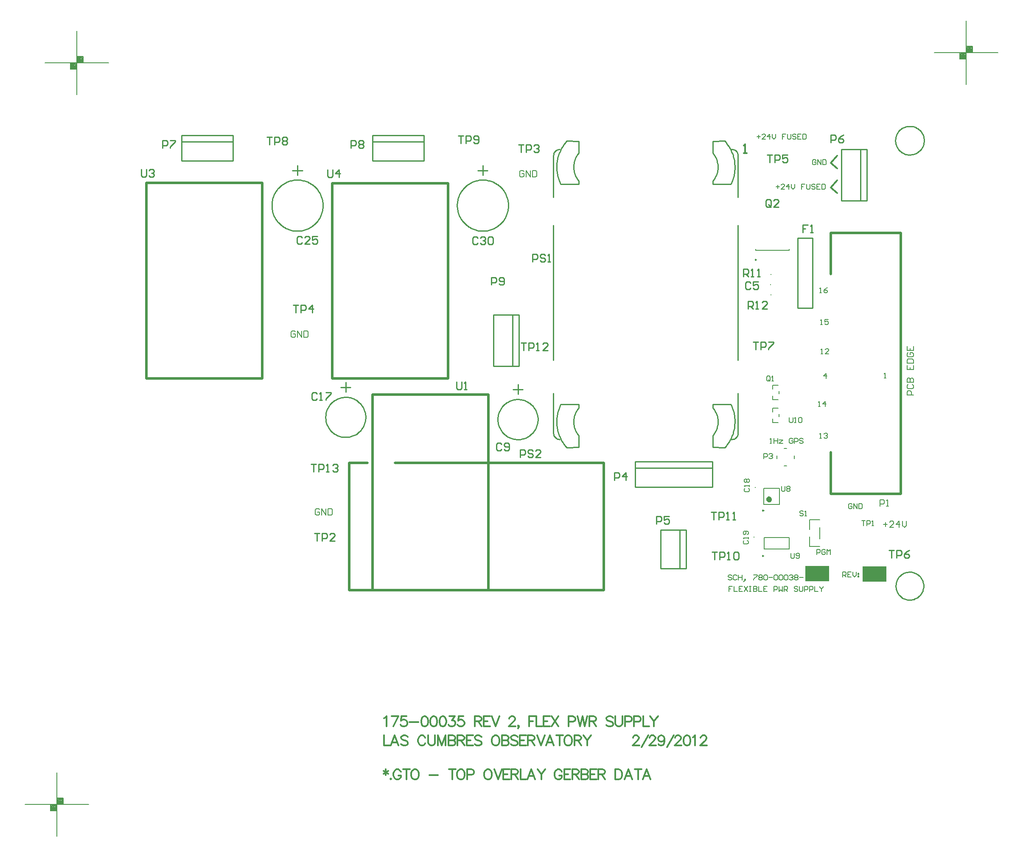
<source format=gto>
%FSLAX23Y23*%
%MOIN*%
G70*
G01*
G75*
G04 Layer_Color=65535*
%ADD10R,0.036X0.036*%
%ADD11R,0.050X0.050*%
%ADD12R,0.059X0.039*%
%ADD13O,0.014X0.067*%
%ADD14O,0.024X0.079*%
%ADD15R,0.050X0.050*%
%ADD16R,0.268X0.272*%
%ADD17R,0.037X0.075*%
%ADD18C,0.010*%
%ADD19C,0.020*%
%ADD20C,0.012*%
%ADD21R,5.000X0.079*%
%ADD22R,0.221X0.206*%
%ADD23R,6.378X0.079*%
%ADD24R,0.221X0.197*%
%ADD25R,0.262X0.135*%
%ADD26C,0.008*%
%ADD27C,0.012*%
%ADD28C,0.012*%
%ADD29R,0.059X0.059*%
%ADD30C,0.059*%
%ADD31C,0.157*%
%ADD32C,0.080*%
%ADD33C,0.079*%
%ADD34R,0.079X0.079*%
%ADD35R,0.120X0.120*%
%ADD36C,0.120*%
%ADD37C,0.055*%
%ADD38C,0.065*%
%ADD39C,0.115*%
%ADD40R,0.115X0.115*%
%ADD41C,0.037*%
%ADD42C,0.233*%
%ADD43C,0.220*%
%ADD44C,0.064*%
%ADD45C,0.020*%
%ADD46R,0.059X0.059*%
%ADD47C,0.030*%
%ADD48C,0.050*%
%ADD49C,0.024*%
%ADD50C,0.040*%
%ADD51C,0.075*%
%ADD52C,0.206*%
%ADD53C,0.092*%
G04:AMPARAMS|DCode=54|XSize=112mil|YSize=112mil|CornerRadius=0mil|HoleSize=0mil|Usage=FLASHONLY|Rotation=0.000|XOffset=0mil|YOffset=0mil|HoleType=Round|Shape=Relief|Width=10mil|Gap=10mil|Entries=4|*
%AMTHD54*
7,0,0,0.112,0.092,0.010,45*
%
%ADD54THD54*%
%ADD55C,0.087*%
%ADD56C,0.118*%
%ADD57C,0.073*%
%ADD58C,0.190*%
G04:AMPARAMS|DCode=59|XSize=107.244mil|YSize=107.244mil|CornerRadius=0mil|HoleSize=0mil|Usage=FLASHONLY|Rotation=0.000|XOffset=0mil|YOffset=0mil|HoleType=Round|Shape=Relief|Width=10mil|Gap=10mil|Entries=4|*
%AMTHD59*
7,0,0,0.107,0.087,0.010,45*
%
%ADD59THD59*%
G04:AMPARAMS|DCode=60|XSize=138mil|YSize=138mil|CornerRadius=0mil|HoleSize=0mil|Usage=FLASHONLY|Rotation=0.000|XOffset=0mil|YOffset=0mil|HoleType=Round|Shape=Relief|Width=10mil|Gap=10mil|Entries=4|*
%AMTHD60*
7,0,0,0.138,0.118,0.010,45*
%
%ADD60THD60*%
%ADD61C,0.067*%
%ADD62C,0.056*%
%ADD63C,0.104*%
G04:AMPARAMS|DCode=64|XSize=70mil|YSize=70mil|CornerRadius=0mil|HoleSize=0mil|Usage=FLASHONLY|Rotation=0.000|XOffset=0mil|YOffset=0mil|HoleType=Round|Shape=Relief|Width=10mil|Gap=10mil|Entries=4|*
%AMTHD64*
7,0,0,0.070,0.050,0.010,45*
%
%ADD64THD64*%
G04:AMPARAMS|DCode=65|XSize=95.433mil|YSize=95.433mil|CornerRadius=0mil|HoleSize=0mil|Usage=FLASHONLY|Rotation=0.000|XOffset=0mil|YOffset=0mil|HoleType=Round|Shape=Relief|Width=10mil|Gap=10mil|Entries=4|*
%AMTHD65*
7,0,0,0.095,0.075,0.010,45*
%
%ADD65THD65*%
%ADD66C,0.055*%
%ADD67C,0.068*%
G04:AMPARAMS|DCode=68|XSize=88mil|YSize=88mil|CornerRadius=0mil|HoleSize=0mil|Usage=FLASHONLY|Rotation=0.000|XOffset=0mil|YOffset=0mil|HoleType=Round|Shape=Relief|Width=10mil|Gap=10mil|Entries=4|*
%AMTHD68*
7,0,0,0.088,0.068,0.010,45*
%
%ADD68THD68*%
G04:AMPARAMS|DCode=69|XSize=226.142mil|YSize=226.142mil|CornerRadius=0mil|HoleSize=0mil|Usage=FLASHONLY|Rotation=0.000|XOffset=0mil|YOffset=0mil|HoleType=Round|Shape=Relief|Width=10mil|Gap=10mil|Entries=4|*
%AMTHD69*
7,0,0,0.226,0.206,0.010,45*
%
%ADD69THD69*%
G04:AMPARAMS|DCode=70|XSize=93.465mil|YSize=93.465mil|CornerRadius=0mil|HoleSize=0mil|Usage=FLASHONLY|Rotation=0.000|XOffset=0mil|YOffset=0mil|HoleType=Round|Shape=Relief|Width=10mil|Gap=10mil|Entries=4|*
%AMTHD70*
7,0,0,0.093,0.073,0.010,45*
%
%ADD70THD70*%
G04:AMPARAMS|DCode=71|XSize=100mil|YSize=100mil|CornerRadius=0mil|HoleSize=0mil|Usage=FLASHONLY|Rotation=0.000|XOffset=0mil|YOffset=0mil|HoleType=Round|Shape=Relief|Width=10mil|Gap=10mil|Entries=4|*
%AMTHD71*
7,0,0,0.100,0.080,0.010,45*
%
%ADD71THD71*%
G04:AMPARAMS|DCode=72|XSize=75mil|YSize=75mil|CornerRadius=0mil|HoleSize=0mil|Usage=FLASHONLY|Rotation=0.000|XOffset=0mil|YOffset=0mil|HoleType=Round|Shape=Relief|Width=10mil|Gap=10mil|Entries=4|*
%AMTHD72*
7,0,0,0.075,0.055,0.010,45*
%
%ADD72THD72*%
%ADD73R,0.094X0.102*%
%ADD74R,0.055X0.130*%
%ADD75R,0.059X0.087*%
%ADD76R,0.094X0.130*%
%ADD77C,0.050*%
%ADD78C,0.025*%
%ADD79C,0.007*%
%ADD80R,4.998X0.079*%
%ADD81C,0.025*%
%ADD82C,0.010*%
%ADD83C,0.024*%
%ADD84C,0.010*%
%ADD85C,0.006*%
%ADD86C,0.007*%
%ADD87C,0.008*%
%ADD88R,0.190X0.123*%
D18*
X53313Y32085D02*
X53312Y32095D01*
X53311Y32105D01*
X53308Y32115D01*
X53305Y32124D01*
X53301Y32133D01*
X53297Y32142D01*
X53291Y32150D01*
X53285Y32158D01*
X53278Y32165D01*
X53270Y32171D01*
X53262Y32177D01*
X53253Y32182D01*
X53244Y32186D01*
X53235Y32190D01*
X53225Y32192D01*
X53216Y32194D01*
X53206Y32194D01*
X53196Y32194D01*
X53186Y32193D01*
X53176Y32191D01*
X53166Y32188D01*
X53157Y32184D01*
X53148Y32180D01*
X53140Y32174D01*
X53132Y32168D01*
X53125Y32162D01*
X53118Y32154D01*
X53112Y32146D01*
X53107Y32138D01*
X53103Y32129D01*
X53099Y32119D01*
X53096Y32110D01*
X53095Y32100D01*
X53094Y32090D01*
Y32080D01*
X53095Y32070D01*
X53096Y32060D01*
X53099Y32051D01*
X53103Y32041D01*
X53107Y32032D01*
X53112Y32024D01*
X53118Y32016D01*
X53125Y32008D01*
X53132Y32002D01*
X53140Y31996D01*
X53148Y31990D01*
X53157Y31986D01*
X53166Y31982D01*
X53176Y31979D01*
X53186Y31977D01*
X53196Y31976D01*
X53206Y31976D01*
X53216Y31976D01*
X53225Y31978D01*
X53235Y31980D01*
X53244Y31984D01*
X53253Y31988D01*
X53262Y31993D01*
X53270Y31999D01*
X53278Y32005D01*
X53285Y32012D01*
X53291Y32020D01*
X53297Y32028D01*
X53301Y32037D01*
X53305Y32046D01*
X53308Y32055D01*
X53311Y32065D01*
X53312Y32075D01*
X53313Y32085D01*
X53316Y35585D02*
X53315Y35595D01*
X53314Y35605D01*
X53312Y35615D01*
X53309Y35624D01*
X53305Y35633D01*
X53300Y35642D01*
X53295Y35650D01*
X53289Y35658D01*
X53282Y35665D01*
X53274Y35672D01*
X53266Y35678D01*
X53258Y35683D01*
X53249Y35688D01*
X53240Y35691D01*
X53230Y35694D01*
X53220Y35696D01*
X53211Y35697D01*
X53201Y35697D01*
X53191Y35697D01*
X53181Y35695D01*
X53171Y35693D01*
X53162Y35690D01*
X53153Y35686D01*
X53144Y35681D01*
X53136Y35675D01*
X53128Y35669D01*
X53121Y35662D01*
X53114Y35654D01*
X53109Y35646D01*
X53104Y35638D01*
X53099Y35629D01*
X53096Y35619D01*
X53093Y35610D01*
X53092Y35600D01*
X53091Y35590D01*
Y35580D01*
X53092Y35570D01*
X53093Y35560D01*
X53096Y35551D01*
X53099Y35541D01*
X53104Y35532D01*
X53109Y35524D01*
X53114Y35516D01*
X53121Y35508D01*
X53128Y35501D01*
X53136Y35495D01*
X53144Y35489D01*
X53153Y35484D01*
X53162Y35480D01*
X53171Y35477D01*
X53181Y35475D01*
X53191Y35473D01*
X53201Y35473D01*
X53211Y35473D01*
X53220Y35474D01*
X53230Y35476D01*
X53240Y35479D01*
X53249Y35482D01*
X53258Y35487D01*
X53266Y35492D01*
X53274Y35498D01*
X53282Y35505D01*
X53289Y35512D01*
X53295Y35520D01*
X53300Y35528D01*
X53305Y35537D01*
X53309Y35546D01*
X53312Y35555D01*
X53314Y35565D01*
X53315Y35575D01*
X53316Y35585D01*
X48593Y35075D02*
X48593Y35085D01*
X48592Y35095D01*
X48591Y35105D01*
X48589Y35114D01*
X48587Y35124D01*
X48584Y35134D01*
X48581Y35143D01*
X48577Y35153D01*
X48573Y35162D01*
X48569Y35171D01*
X48564Y35179D01*
X48558Y35188D01*
X48552Y35196D01*
X48546Y35204D01*
X48539Y35211D01*
X48532Y35218D01*
X48525Y35225D01*
X48517Y35232D01*
X48509Y35238D01*
X48501Y35243D01*
X48493Y35249D01*
X48484Y35253D01*
X48475Y35258D01*
X48466Y35262D01*
X48456Y35265D01*
X48447Y35268D01*
X48437Y35270D01*
X48427Y35272D01*
X48417Y35274D01*
X48407Y35275D01*
X48397Y35275D01*
X48387D01*
X48377Y35275D01*
X48367Y35274D01*
X48357Y35272D01*
X48348Y35270D01*
X48338Y35268D01*
X48328Y35265D01*
X48319Y35262D01*
X48310Y35258D01*
X48301Y35253D01*
X48292Y35249D01*
X48283Y35243D01*
X48275Y35238D01*
X48267Y35232D01*
X48259Y35225D01*
X48252Y35218D01*
X48245Y35211D01*
X48238Y35204D01*
X48232Y35196D01*
X48226Y35188D01*
X48221Y35179D01*
X48216Y35171D01*
X48211Y35162D01*
X48207Y35153D01*
X48204Y35143D01*
X48200Y35134D01*
X48198Y35124D01*
X48195Y35114D01*
X48194Y35105D01*
X48193Y35095D01*
X48192Y35085D01*
X48192Y35075D01*
X48192Y35065D01*
X48193Y35055D01*
X48194Y35045D01*
X48195Y35035D01*
X48198Y35025D01*
X48200Y35015D01*
X48204Y35006D01*
X48207Y34997D01*
X48211Y34988D01*
X48216Y34979D01*
X48221Y34970D01*
X48226Y34962D01*
X48232Y34953D01*
X48238Y34946D01*
X48245Y34938D01*
X48252Y34931D01*
X48259Y34924D01*
X48267Y34918D01*
X48275Y34912D01*
X48283Y34906D01*
X48292Y34901D01*
X48301Y34896D01*
X48310Y34892D01*
X48319Y34888D01*
X48328Y34884D01*
X48338Y34881D01*
X48348Y34879D01*
X48357Y34877D01*
X48367Y34875D01*
X48377Y34874D01*
X48387Y34874D01*
X48397D01*
X48407Y34874D01*
X48417Y34875D01*
X48427Y34877D01*
X48437Y34879D01*
X48447Y34881D01*
X48456Y34884D01*
X48466Y34888D01*
X48475Y34892D01*
X48484Y34896D01*
X48493Y34901D01*
X48501Y34906D01*
X48509Y34912D01*
X48517Y34918D01*
X48525Y34924D01*
X48532Y34931D01*
X48539Y34938D01*
X48546Y34946D01*
X48552Y34953D01*
X48558Y34962D01*
X48564Y34970D01*
X48569Y34979D01*
X48573Y34988D01*
X48577Y34997D01*
X48581Y35006D01*
X48584Y35015D01*
X48587Y35025D01*
X48589Y35035D01*
X48591Y35045D01*
X48592Y35055D01*
X48593Y35065D01*
X48593Y35075D01*
X48929Y33411D02*
X48929Y33421D01*
X48928Y33431D01*
X48926Y33441D01*
X48924Y33451D01*
X48921Y33460D01*
X48918Y33470D01*
X48914Y33479D01*
X48909Y33488D01*
X48904Y33496D01*
X48898Y33504D01*
X48892Y33512D01*
X48886Y33520D01*
X48878Y33527D01*
X48871Y33533D01*
X48863Y33539D01*
X48855Y33545D01*
X48846Y33550D01*
X48837Y33554D01*
X48828Y33558D01*
X48818Y33561D01*
X48809Y33564D01*
X48799Y33566D01*
X48789Y33568D01*
X48779Y33568D01*
X48769Y33568D01*
X48759Y33568D01*
X48749Y33567D01*
X48739Y33565D01*
X48730Y33563D01*
X48720Y33560D01*
X48711Y33556D01*
X48702Y33552D01*
X48693Y33547D01*
X48684Y33542D01*
X48676Y33536D01*
X48668Y33530D01*
X48661Y33523D01*
X48654Y33516D01*
X48648Y33508D01*
X48642Y33500D01*
X48636Y33492D01*
X48632Y33483D01*
X48627Y33474D01*
X48624Y33465D01*
X48620Y33455D01*
X48618Y33446D01*
X48616Y33436D01*
X48615Y33426D01*
X48614Y33416D01*
Y33406D01*
X48615Y33396D01*
X48616Y33386D01*
X48618Y33376D01*
X48620Y33367D01*
X48624Y33357D01*
X48627Y33348D01*
X48632Y33339D01*
X48636Y33330D01*
X48642Y33322D01*
X48648Y33314D01*
X48654Y33306D01*
X48661Y33299D01*
X48668Y33292D01*
X48676Y33286D01*
X48684Y33280D01*
X48693Y33275D01*
X48702Y33270D01*
X48711Y33266D01*
X48720Y33262D01*
X48730Y33259D01*
X48739Y33257D01*
X48749Y33255D01*
X48759Y33254D01*
X48769Y33254D01*
X48779Y33254D01*
X48789Y33254D01*
X48799Y33256D01*
X48809Y33258D01*
X48818Y33261D01*
X48828Y33264D01*
X48837Y33268D01*
X48846Y33272D01*
X48855Y33277D01*
X48863Y33283D01*
X48871Y33289D01*
X48878Y33295D01*
X48886Y33302D01*
X48892Y33310D01*
X48898Y33318D01*
X48904Y33326D01*
X48909Y33334D01*
X48914Y33343D01*
X48918Y33352D01*
X48921Y33362D01*
X48924Y33371D01*
X48926Y33381D01*
X48928Y33391D01*
X48929Y33401D01*
X48929Y33411D01*
X50050Y35075D02*
X50049Y35085D01*
X50049Y35095D01*
X50047Y35105D01*
X50046Y35114D01*
X50043Y35124D01*
X50041Y35134D01*
X50038Y35143D01*
X50034Y35153D01*
X50030Y35162D01*
X50025Y35171D01*
X50020Y35179D01*
X50015Y35188D01*
X50009Y35196D01*
X50003Y35204D01*
X49996Y35211D01*
X49989Y35218D01*
X49982Y35225D01*
X49974Y35232D01*
X49966Y35238D01*
X49958Y35243D01*
X49949Y35249D01*
X49941Y35253D01*
X49932Y35258D01*
X49922Y35262D01*
X49913Y35265D01*
X49903Y35268D01*
X49894Y35270D01*
X49884Y35272D01*
X49874Y35274D01*
X49864Y35275D01*
X49854Y35275D01*
X49844D01*
X49834Y35275D01*
X49824Y35274D01*
X49814Y35272D01*
X49804Y35270D01*
X49795Y35268D01*
X49785Y35265D01*
X49776Y35262D01*
X49766Y35258D01*
X49757Y35253D01*
X49749Y35249D01*
X49740Y35243D01*
X49732Y35238D01*
X49724Y35232D01*
X49716Y35225D01*
X49709Y35218D01*
X49702Y35211D01*
X49695Y35204D01*
X49689Y35196D01*
X49683Y35188D01*
X49678Y35179D01*
X49673Y35171D01*
X49668Y35162D01*
X49664Y35153D01*
X49660Y35143D01*
X49657Y35134D01*
X49654Y35124D01*
X49652Y35114D01*
X49650Y35105D01*
X49649Y35095D01*
X49648Y35085D01*
X49648Y35075D01*
X49648Y35065D01*
X49649Y35055D01*
X49650Y35045D01*
X49652Y35035D01*
X49654Y35025D01*
X49657Y35015D01*
X49660Y35006D01*
X49664Y34997D01*
X49668Y34988D01*
X49673Y34979D01*
X49678Y34970D01*
X49683Y34962D01*
X49689Y34953D01*
X49695Y34946D01*
X49702Y34938D01*
X49709Y34931D01*
X49716Y34924D01*
X49724Y34918D01*
X49732Y34912D01*
X49740Y34906D01*
X49749Y34901D01*
X49757Y34896D01*
X49766Y34892D01*
X49776Y34888D01*
X49785Y34884D01*
X49795Y34881D01*
X49804Y34879D01*
X49814Y34877D01*
X49824Y34875D01*
X49834Y34874D01*
X49844Y34874D01*
X49854D01*
X49864Y34874D01*
X49874Y34875D01*
X49884Y34877D01*
X49894Y34879D01*
X49903Y34881D01*
X49913Y34884D01*
X49922Y34888D01*
X49932Y34892D01*
X49941Y34896D01*
X49949Y34901D01*
X49958Y34906D01*
X49966Y34912D01*
X49974Y34918D01*
X49982Y34924D01*
X49989Y34931D01*
X49996Y34938D01*
X50003Y34946D01*
X50009Y34953D01*
X50015Y34962D01*
X50020Y34970D01*
X50025Y34979D01*
X50030Y34988D01*
X50034Y34997D01*
X50038Y35006D01*
X50041Y35015D01*
X50043Y35025D01*
X50046Y35035D01*
X50047Y35045D01*
X50049Y35055D01*
X50049Y35065D01*
X50050Y35075D01*
X50282Y33394D02*
X50282Y33404D01*
X50281Y33414D01*
X50279Y33423D01*
X50277Y33433D01*
X50274Y33443D01*
X50271Y33452D01*
X50267Y33461D01*
X50262Y33470D01*
X50257Y33479D01*
X50251Y33487D01*
X50245Y33495D01*
X50239Y33502D01*
X50231Y33509D01*
X50224Y33516D01*
X50216Y33522D01*
X50208Y33527D01*
X50199Y33532D01*
X50190Y33537D01*
X50181Y33541D01*
X50171Y33544D01*
X50162Y33547D01*
X50152Y33549D01*
X50142Y33550D01*
X50132Y33551D01*
X50122Y33551D01*
X50112Y33551D01*
X50102Y33550D01*
X50092Y33548D01*
X50083Y33545D01*
X50073Y33542D01*
X50064Y33539D01*
X50055Y33535D01*
X50046Y33530D01*
X50037Y33525D01*
X50029Y33519D01*
X50021Y33513D01*
X50014Y33506D01*
X50007Y33499D01*
X50001Y33491D01*
X49995Y33483D01*
X49989Y33475D01*
X49985Y33466D01*
X49980Y33457D01*
X49977Y33448D01*
X49973Y33438D01*
X49971Y33428D01*
X49969Y33419D01*
X49968Y33409D01*
X49967Y33399D01*
Y33389D01*
X49968Y33379D01*
X49969Y33369D01*
X49971Y33359D01*
X49973Y33349D01*
X49977Y33340D01*
X49980Y33331D01*
X49985Y33322D01*
X49989Y33313D01*
X49995Y33304D01*
X50001Y33296D01*
X50007Y33289D01*
X50014Y33281D01*
X50021Y33275D01*
X50029Y33268D01*
X50037Y33263D01*
X50046Y33257D01*
X50055Y33253D01*
X50064Y33248D01*
X50073Y33245D01*
X50083Y33242D01*
X50092Y33240D01*
X50102Y33238D01*
X50112Y33237D01*
X50122Y33236D01*
X50132Y33236D01*
X50142Y33237D01*
X50152Y33239D01*
X50162Y33241D01*
X50171Y33243D01*
X50181Y33247D01*
X50190Y33250D01*
X50199Y33255D01*
X50208Y33260D01*
X50216Y33265D01*
X50224Y33271D01*
X50231Y33278D01*
X50239Y33285D01*
X50245Y33292D01*
X50251Y33300D01*
X50257Y33309D01*
X50262Y33317D01*
X50267Y33326D01*
X50271Y33335D01*
X50274Y33345D01*
X50277Y33354D01*
X50279Y33364D01*
X50281Y33374D01*
X50282Y33384D01*
X50282Y33394D01*
X50404Y33287D02*
X50405Y33277D01*
X50408Y33267D01*
X50413Y33259D01*
X50419Y33251D01*
X50427Y33245D01*
X50435Y33240D01*
X50445Y33238D01*
X50454Y33237D01*
X51657Y35269D02*
X51663Y35276D01*
X51669Y35284D01*
X51674Y35293D01*
X51678Y35302D01*
X51683Y35310D01*
X51686Y35320D01*
X51689Y35329D01*
X51692Y35339D01*
X51694Y35348D01*
X51695Y35358D01*
X51696Y35368D01*
X51696Y35378D01*
X51696Y35388D01*
X51695Y35397D01*
X51693Y35407D01*
X51691Y35417D01*
X51689Y35426D01*
X51686Y35436D01*
X51682Y35445D01*
X51677Y35454D01*
X51673Y35462D01*
X51667Y35471D01*
X51662Y35478D01*
X51655Y35486D01*
X51798Y35242D02*
X51802Y35252D01*
X51806Y35261D01*
X51810Y35270D01*
X51813Y35280D01*
X51816Y35289D01*
X51819Y35299D01*
X51822Y35309D01*
X51824Y35319D01*
X51825Y35329D01*
X51827Y35339D01*
X51828Y35349D01*
X51829Y35359D01*
X51829Y35369D01*
X51829Y35379D01*
X51829Y35389D01*
X51828Y35399D01*
X51828Y35409D01*
X51826Y35419D01*
X51825Y35429D01*
X51823Y35439D01*
X51820Y35449D01*
X51818Y35459D01*
X51815Y35469D01*
X51812Y35478D01*
X51808Y35488D01*
X51804Y35497D01*
X51800Y35506D01*
X51795Y35515D01*
X51791Y35524D01*
X51785Y35533D01*
X51780Y35541D01*
X51774Y35550D01*
X51768Y35558D01*
X51762Y35566D01*
X51756Y35574D01*
X51749Y35581D01*
X50510Y35581D02*
X50503Y35574D01*
X50497Y35566D01*
X50490Y35558D01*
X50484Y35550D01*
X50479Y35541D01*
X50473Y35533D01*
X50468Y35524D01*
X50463Y35515D01*
X50459Y35506D01*
X50455Y35497D01*
X50451Y35488D01*
X50447Y35478D01*
X50444Y35469D01*
X50441Y35459D01*
X50438Y35449D01*
X50436Y35439D01*
X50434Y35429D01*
X50432Y35419D01*
X50431Y35409D01*
X50430Y35399D01*
X50430Y35389D01*
X50429Y35379D01*
X50429Y35369D01*
X50430Y35359D01*
X50431Y35349D01*
X50432Y35339D01*
X50433Y35329D01*
X50435Y35319D01*
X50437Y35309D01*
X50439Y35299D01*
X50442Y35289D01*
X50445Y35280D01*
X50449Y35270D01*
X50453Y35261D01*
X50457Y35252D01*
X50461Y35242D01*
X50603Y35486D02*
X50597Y35478D01*
X50591Y35471D01*
X50586Y35462D01*
X50581Y35454D01*
X50577Y35445D01*
X50573Y35436D01*
X50570Y35426D01*
X50567Y35417D01*
X50565Y35407D01*
X50564Y35397D01*
X50563Y35388D01*
X50562Y35378D01*
X50563Y35368D01*
X50563Y35358D01*
X50565Y35348D01*
X50567Y35339D01*
X50569Y35329D01*
X50572Y35320D01*
X50576Y35310D01*
X50580Y35302D01*
X50585Y35293D01*
X50590Y35284D01*
X50596Y35276D01*
X50602Y35269D01*
X51655Y33267D02*
X51662Y33275D01*
X51667Y33283D01*
X51673Y33291D01*
X51677Y33300D01*
X51682Y33308D01*
X51686Y33318D01*
X51689Y33327D01*
X51691Y33336D01*
X51693Y33346D01*
X51695Y33356D01*
X51696Y33366D01*
X51696Y33375D01*
X51696Y33385D01*
X51695Y33395D01*
X51694Y33405D01*
X51692Y33415D01*
X51689Y33424D01*
X51686Y33433D01*
X51683Y33443D01*
X51678Y33452D01*
X51674Y33460D01*
X51669Y33469D01*
X51663Y33477D01*
X51657Y33484D01*
X51749Y33172D02*
X51756Y33180D01*
X51762Y33187D01*
X51768Y33195D01*
X51774Y33203D01*
X51780Y33212D01*
X51785Y33220D01*
X51791Y33229D01*
X51795Y33238D01*
X51800Y33247D01*
X51804Y33256D01*
X51808Y33265D01*
X51812Y33275D01*
X51815Y33285D01*
X51818Y33294D01*
X51820Y33304D01*
X51823Y33314D01*
X51825Y33324D01*
X51826Y33334D01*
X51828Y33344D01*
X51828Y33354D01*
X51829Y33364D01*
X51829Y33374D01*
X51829Y33384D01*
X51829Y33394D01*
X51828Y33404D01*
X51827Y33414D01*
X51825Y33424D01*
X51824Y33434D01*
X51822Y33444D01*
X51819Y33454D01*
X51816Y33464D01*
X51813Y33473D01*
X51810Y33483D01*
X51806Y33492D01*
X51802Y33502D01*
X51798Y33511D01*
X50461Y33511D02*
X50457Y33502D01*
X50453Y33492D01*
X50449Y33483D01*
X50445Y33473D01*
X50442Y33464D01*
X50439Y33454D01*
X50437Y33444D01*
X50435Y33434D01*
X50433Y33424D01*
X50432Y33414D01*
X50431Y33404D01*
X50430Y33394D01*
X50429Y33384D01*
X50429Y33374D01*
X50430Y33364D01*
X50430Y33354D01*
X50431Y33344D01*
X50432Y33334D01*
X50434Y33324D01*
X50436Y33314D01*
X50438Y33304D01*
X50441Y33294D01*
X50444Y33285D01*
X50447Y33275D01*
X50451Y33266D01*
X50455Y33256D01*
X50459Y33247D01*
X50463Y33238D01*
X50468Y33229D01*
X50473Y33220D01*
X50479Y33212D01*
X50484Y33203D01*
X50490Y33195D01*
X50497Y33187D01*
X50503Y33180D01*
X50510Y33172D01*
X50602Y33484D02*
X50596Y33477D01*
X50590Y33469D01*
X50585Y33460D01*
X50580Y33452D01*
X50576Y33443D01*
X50572Y33433D01*
X50569Y33424D01*
X50567Y33415D01*
X50565Y33405D01*
X50563Y33395D01*
X50563Y33385D01*
X50562Y33375D01*
X50563Y33366D01*
X50564Y33356D01*
X50565Y33346D01*
X50567Y33336D01*
X50570Y33327D01*
X50573Y33318D01*
X50577Y33308D01*
X50581Y33300D01*
X50586Y33291D01*
X50591Y33283D01*
X50597Y33275D01*
X50603Y33267D01*
X51804Y33237D02*
X51814Y33238D01*
X51823Y33240D01*
X51832Y33245D01*
X51840Y33251D01*
X51846Y33259D01*
X51850Y33267D01*
X51853Y33277D01*
X51854Y33287D01*
X50454Y35517D02*
X50445Y35516D01*
X50435Y35513D01*
X50427Y35508D01*
X50419Y35502D01*
X50413Y35494D01*
X50408Y35486D01*
X50405Y35476D01*
X50404Y35467D01*
X51854D02*
X51853Y35476D01*
X51850Y35486D01*
X51846Y35494D01*
X51840Y35502D01*
X51832Y35508D01*
X51823Y35513D01*
X51814Y35516D01*
X51804Y35517D01*
X51395Y32222D02*
Y32527D01*
X51245Y32222D02*
X51445D01*
X51245Y32527D02*
X51445D01*
X51245Y32222D02*
Y32527D01*
X51445Y32222D02*
Y32527D01*
X48353Y35350D02*
X48392D01*
Y35390D01*
Y35350D02*
X48432D01*
X48392Y35311D02*
Y35350D01*
X48772Y33608D02*
Y33687D01*
X48732Y33647D02*
X48811D01*
X49810Y35350D02*
X49849D01*
Y35390D01*
Y35350D02*
X49888D01*
X49849Y35311D02*
Y35350D01*
X50125Y33591D02*
Y33669D01*
X50085Y33630D02*
X50164D01*
X52322Y34268D02*
Y34543D01*
Y34268D02*
X52440D01*
Y34819D01*
X52322D02*
X52440D01*
X52322Y34543D02*
Y34819D01*
X50510Y33172D02*
X50603Y33174D01*
X50461Y33511D02*
X50602Y33512D01*
X51656D02*
X51798Y33511D01*
X51655Y33174D02*
X51749Y33172D01*
X50461Y35242D02*
X50602Y35242D01*
X50510Y35581D02*
X50603Y35580D01*
X51655D02*
X51749Y35581D01*
X51656Y35242D02*
X51798Y35242D01*
X51854Y33860D02*
Y34920D01*
X51655Y35486D02*
Y35580D01*
X51656Y35242D02*
X51657Y35269D01*
X50602D02*
X50602Y35242D01*
X50603Y35486D02*
Y35580D01*
X51655Y33174D02*
Y33267D01*
X51656Y33512D02*
X51657Y33484D01*
X50602D02*
X50602Y33512D01*
X50603Y33174D02*
Y33267D01*
X51854Y35140D02*
X51854Y35467D01*
X51854Y33600D02*
X51854Y33287D01*
X50404D02*
X50404Y33600D01*
X50404Y35467D02*
X50404Y35140D01*
Y33860D02*
Y34920D01*
X51047Y33011D02*
X51652D01*
Y32861D02*
Y33061D01*
X51047Y32861D02*
Y33061D01*
Y32861D02*
X51652D01*
X51047Y33061D02*
X51652D01*
X48982Y35576D02*
X49387D01*
Y35426D02*
Y35626D01*
X48982Y35426D02*
Y35626D01*
Y35426D02*
X49387D01*
X48982Y35626D02*
X49387D01*
X52817Y35111D02*
Y35516D01*
X52667Y35111D02*
X52867D01*
X52667Y35516D02*
X52867D01*
X52667Y35111D02*
Y35516D01*
X52867Y35111D02*
Y35516D01*
X47482Y35576D02*
X47887D01*
Y35426D02*
Y35626D01*
X47482Y35426D02*
Y35626D01*
Y35426D02*
X47887D01*
X47482Y35626D02*
X47887D01*
X50082Y33811D02*
Y34216D01*
X49932Y33811D02*
X50132D01*
X49932Y34216D02*
X50132D01*
X49932Y33811D02*
Y34216D01*
X50132Y33811D02*
Y34216D01*
X49644Y33689D02*
Y33639D01*
X49654Y33629D01*
X49674D01*
X49684Y33639D01*
Y33689D01*
X49704Y33629D02*
X49724D01*
X49714D01*
Y33689D01*
X49704Y33679D01*
X48545Y33597D02*
X48535Y33607D01*
X48515D01*
X48505Y33597D01*
Y33557D01*
X48515Y33547D01*
X48535D01*
X48545Y33557D01*
X48565Y33547D02*
X48585D01*
X48575D01*
Y33607D01*
X48565Y33597D01*
X48615Y33607D02*
X48655D01*
Y33597D01*
X48615Y33557D01*
Y33547D01*
X49996Y33200D02*
X49986Y33210D01*
X49966D01*
X49956Y33200D01*
Y33160D01*
X49966Y33150D01*
X49986D01*
X49996Y33160D01*
X50016D02*
X50026Y33150D01*
X50046D01*
X50056Y33160D01*
Y33200D01*
X50046Y33210D01*
X50026D01*
X50016Y33200D01*
Y33190D01*
X50026Y33180D01*
X50056D01*
X48528Y32498D02*
X48568D01*
X48548D01*
Y32438D01*
X48588D02*
Y32498D01*
X48618D01*
X48628Y32488D01*
Y32468D01*
X48618Y32458D01*
X48588D01*
X48688Y32438D02*
X48648D01*
X48688Y32478D01*
Y32488D01*
X48678Y32498D01*
X48658D01*
X48648Y32488D01*
X52402Y34921D02*
X52362D01*
Y34891D01*
X52382D01*
X52362D01*
Y34861D01*
X52422D02*
X52442D01*
X52432D01*
Y34921D01*
X52422Y34911D01*
X50882Y32917D02*
Y32977D01*
X50912D01*
X50922Y32967D01*
Y32947D01*
X50912Y32937D01*
X50882D01*
X50972Y32917D02*
Y32977D01*
X50942Y32947D01*
X50982D01*
X50240Y34631D02*
Y34691D01*
X50270D01*
X50280Y34681D01*
Y34661D01*
X50270Y34651D01*
X50240D01*
X50340Y34681D02*
X50330Y34691D01*
X50310D01*
X50300Y34681D01*
Y34671D01*
X50310Y34661D01*
X50330D01*
X50340Y34651D01*
Y34641D01*
X50330Y34631D01*
X50310D01*
X50300Y34641D01*
X50360Y34631D02*
X50380D01*
X50370D01*
Y34691D01*
X50360Y34681D01*
X51212Y32573D02*
Y32633D01*
X51242D01*
X51252Y32623D01*
Y32603D01*
X51242Y32593D01*
X51212D01*
X51312Y32633D02*
X51272D01*
Y32603D01*
X51292Y32613D01*
X51302D01*
X51312Y32603D01*
Y32583D01*
X51302Y32573D01*
X51282D01*
X51272Y32583D01*
X50144Y33096D02*
Y33156D01*
X50174D01*
X50184Y33146D01*
Y33126D01*
X50174Y33116D01*
X50144D01*
X50244Y33146D02*
X50234Y33156D01*
X50214D01*
X50204Y33146D01*
Y33136D01*
X50214Y33126D01*
X50234D01*
X50244Y33116D01*
Y33106D01*
X50234Y33096D01*
X50214D01*
X50204Y33106D01*
X50304Y33096D02*
X50264D01*
X50304Y33136D01*
Y33146D01*
X50294Y33156D01*
X50274D01*
X50264Y33146D01*
X48431Y34822D02*
X48421Y34832D01*
X48401D01*
X48391Y34822D01*
Y34782D01*
X48401Y34772D01*
X48421D01*
X48431Y34782D01*
X48491Y34772D02*
X48451D01*
X48491Y34812D01*
Y34822D01*
X48481Y34832D01*
X48461D01*
X48451Y34822D01*
X48551Y34832D02*
X48511D01*
Y34802D01*
X48531Y34812D01*
X48541D01*
X48551Y34802D01*
Y34782D01*
X48541Y34772D01*
X48521D01*
X48511Y34782D01*
X49810Y34818D02*
X49800Y34828D01*
X49780D01*
X49770Y34818D01*
Y34778D01*
X49780Y34768D01*
X49800D01*
X49810Y34778D01*
X49830Y34818D02*
X49840Y34828D01*
X49860D01*
X49870Y34818D01*
Y34808D01*
X49860Y34798D01*
X49850D01*
X49860D01*
X49870Y34788D01*
Y34778D01*
X49860Y34768D01*
X49840D01*
X49830Y34778D01*
X49890Y34818D02*
X49900Y34828D01*
X49920D01*
X49930Y34818D01*
Y34778D01*
X49920Y34768D01*
X49900D01*
X49890Y34778D01*
Y34818D01*
X52582Y35568D02*
Y35628D01*
X52612D01*
X52622Y35618D01*
Y35598D01*
X52612Y35588D01*
X52582D01*
X52682Y35628D02*
X52662Y35618D01*
X52642Y35598D01*
Y35578D01*
X52652Y35568D01*
X52672D01*
X52682Y35578D01*
Y35588D01*
X52672Y35598D01*
X52642D01*
X47332Y35526D02*
Y35586D01*
X47362D01*
X47372Y35576D01*
Y35556D01*
X47362Y35546D01*
X47332D01*
X47392Y35586D02*
X47432D01*
Y35576D01*
X47392Y35536D01*
Y35526D01*
X48812D02*
Y35586D01*
X48842D01*
X48852Y35576D01*
Y35556D01*
X48842Y35546D01*
X48812D01*
X48872Y35576D02*
X48882Y35586D01*
X48902D01*
X48912Y35576D01*
Y35566D01*
X48902Y35556D01*
X48912Y35546D01*
Y35536D01*
X48902Y35526D01*
X48882D01*
X48872Y35536D01*
Y35546D01*
X48882Y35556D01*
X48872Y35566D01*
Y35576D01*
X48882Y35556D02*
X48902D01*
X49917Y34451D02*
Y34510D01*
X49947D01*
X49957Y34500D01*
Y34480D01*
X49947Y34470D01*
X49917D01*
X49977Y34460D02*
X49987Y34451D01*
X50007D01*
X50017Y34460D01*
Y34500D01*
X50007Y34510D01*
X49987D01*
X49977Y34500D01*
Y34490D01*
X49987Y34480D01*
X50017D01*
X50129Y35551D02*
X50169D01*
X50149D01*
Y35491D01*
X50189D02*
Y35551D01*
X50219D01*
X50229Y35541D01*
Y35521D01*
X50219Y35511D01*
X50189D01*
X50249Y35541D02*
X50259Y35551D01*
X50279D01*
X50289Y35541D01*
Y35531D01*
X50279Y35521D01*
X50269D01*
X50279D01*
X50289Y35511D01*
Y35501D01*
X50279Y35491D01*
X50259D01*
X50249Y35501D01*
X48359Y34292D02*
X48399D01*
X48379D01*
Y34232D01*
X48419D02*
Y34292D01*
X48449D01*
X48459Y34282D01*
Y34262D01*
X48449Y34252D01*
X48419D01*
X48509Y34232D02*
Y34292D01*
X48479Y34262D01*
X48519D01*
X52083Y35471D02*
X52123D01*
X52103D01*
Y35411D01*
X52143D02*
Y35471D01*
X52173D01*
X52183Y35461D01*
Y35441D01*
X52173Y35431D01*
X52143D01*
X52243Y35471D02*
X52203D01*
Y35441D01*
X52223Y35451D01*
X52233D01*
X52243Y35441D01*
Y35421D01*
X52233Y35411D01*
X52213D01*
X52203Y35421D01*
X53041Y32365D02*
X53081D01*
X53061D01*
Y32305D01*
X53101D02*
Y32365D01*
X53131D01*
X53141Y32355D01*
Y32335D01*
X53131Y32325D01*
X53101D01*
X53201Y32365D02*
X53181Y32355D01*
X53161Y32335D01*
Y32315D01*
X53171Y32305D01*
X53191D01*
X53201Y32315D01*
Y32325D01*
X53191Y32335D01*
X53161D01*
X51972Y34001D02*
X52012D01*
X51992D01*
Y33941D01*
X52032D02*
Y34001D01*
X52062D01*
X52072Y33991D01*
Y33971D01*
X52062Y33961D01*
X52032D01*
X52092Y34001D02*
X52132D01*
Y33991D01*
X52092Y33951D01*
Y33941D01*
X48153Y35612D02*
X48193D01*
X48173D01*
Y35552D01*
X48213D02*
Y35612D01*
X48243D01*
X48253Y35602D01*
Y35582D01*
X48243Y35572D01*
X48213D01*
X48273Y35602D02*
X48283Y35612D01*
X48303D01*
X48313Y35602D01*
Y35592D01*
X48303Y35582D01*
X48313Y35572D01*
Y35562D01*
X48303Y35552D01*
X48283D01*
X48273Y35562D01*
Y35572D01*
X48283Y35582D01*
X48273Y35592D01*
Y35602D01*
X48283Y35582D02*
X48303D01*
X49656Y35621D02*
X49696D01*
X49676D01*
Y35562D01*
X49716D02*
Y35621D01*
X49746D01*
X49756Y35611D01*
Y35591D01*
X49746Y35581D01*
X49716D01*
X49776Y35571D02*
X49786Y35562D01*
X49806D01*
X49816Y35571D01*
Y35611D01*
X49806Y35621D01*
X49786D01*
X49776Y35611D01*
Y35601D01*
X49786Y35591D01*
X49816D01*
X51649Y32352D02*
X51689D01*
X51669D01*
Y32292D01*
X51709D02*
Y32352D01*
X51739D01*
X51749Y32342D01*
Y32322D01*
X51739Y32312D01*
X51709D01*
X51769Y32292D02*
X51789D01*
X51779D01*
Y32352D01*
X51769Y32342D01*
X51819D02*
X51829Y32352D01*
X51849D01*
X51859Y32342D01*
Y32302D01*
X51849Y32292D01*
X51829D01*
X51819Y32302D01*
Y32342D01*
X51644Y32667D02*
X51684D01*
X51664D01*
Y32607D01*
X51704D02*
Y32667D01*
X51734D01*
X51744Y32657D01*
Y32637D01*
X51734Y32627D01*
X51704D01*
X51764Y32607D02*
X51784D01*
X51774D01*
Y32667D01*
X51764Y32657D01*
X51814Y32607D02*
X51834D01*
X51824D01*
Y32667D01*
X51814Y32657D01*
X50150Y33995D02*
X50190D01*
X50170D01*
Y33935D01*
X50210D02*
Y33995D01*
X50240D01*
X50250Y33985D01*
Y33965D01*
X50240Y33955D01*
X50210D01*
X50270Y33935D02*
X50290D01*
X50280D01*
Y33995D01*
X50270Y33985D01*
X50360Y33935D02*
X50320D01*
X50360Y33975D01*
Y33985D01*
X50350Y33995D01*
X50330D01*
X50320Y33985D01*
X48501Y33042D02*
X48541D01*
X48521D01*
Y32982D01*
X48561D02*
Y33042D01*
X48591D01*
X48601Y33032D01*
Y33012D01*
X48591Y33002D01*
X48561D01*
X48621Y32982D02*
X48641D01*
X48631D01*
Y33042D01*
X48621Y33032D01*
X48671D02*
X48681Y33042D01*
X48701D01*
X48711Y33032D01*
Y33022D01*
X48701Y33012D01*
X48691D01*
X48701D01*
X48711Y33002D01*
Y32992D01*
X48701Y32982D01*
X48681D01*
X48671Y32992D01*
X47168Y35359D02*
Y35309D01*
X47178Y35299D01*
X47198D01*
X47208Y35309D01*
Y35359D01*
X47228Y35349D02*
X47238Y35359D01*
X47258D01*
X47268Y35349D01*
Y35339D01*
X47258Y35329D01*
X47248D01*
X47258D01*
X47268Y35319D01*
Y35309D01*
X47258Y35299D01*
X47238D01*
X47228Y35309D01*
X48631Y35355D02*
Y35305D01*
X48641Y35295D01*
X48661D01*
X48671Y35305D01*
Y35355D01*
X48721Y35295D02*
Y35355D01*
X48691Y35325D01*
X48731D01*
X51952Y34466D02*
X51942Y34476D01*
X51922D01*
X51912Y34466D01*
Y34426D01*
X51922Y34416D01*
X51942D01*
X51952Y34426D01*
X52012Y34476D02*
X51972D01*
Y34446D01*
X51992Y34456D01*
X52002D01*
X52012Y34446D01*
Y34426D01*
X52002Y34416D01*
X51982D01*
X51972Y34426D01*
X52113Y35071D02*
Y35111D01*
X52103Y35121D01*
X52083D01*
X52073Y35111D01*
Y35071D01*
X52083Y35061D01*
X52103D01*
X52093Y35081D02*
X52113Y35061D01*
X52103D02*
X52113Y35071D01*
X52173Y35061D02*
X52133D01*
X52173Y35101D01*
Y35111D01*
X52163Y35121D01*
X52143D01*
X52133Y35111D01*
X51897Y34516D02*
Y34576D01*
X51927D01*
X51937Y34566D01*
Y34546D01*
X51927Y34536D01*
X51897D01*
X51917D02*
X51937Y34516D01*
X51957D02*
X51977D01*
X51967D01*
Y34576D01*
X51957Y34566D01*
X52007Y34516D02*
X52027D01*
X52017D01*
Y34576D01*
X52007Y34566D01*
X51932Y34261D02*
Y34321D01*
X51962D01*
X51972Y34311D01*
Y34291D01*
X51962Y34281D01*
X51932D01*
X51952D02*
X51972Y34261D01*
X51992D02*
X52012D01*
X52002D01*
Y34321D01*
X51992Y34311D01*
X52082Y34261D02*
X52042D01*
X52082Y34301D01*
Y34311D01*
X52072Y34321D01*
X52052D01*
X52042Y34311D01*
D19*
X48799Y32689D02*
Y33052D01*
X48943D01*
X50799Y32051D02*
Y33051D01*
X48799Y32051D02*
X50799D01*
X49161Y33051D02*
X50799D01*
X48799Y32051D02*
Y32689D01*
X52582Y32810D02*
Y33135D01*
Y34535D02*
Y34860D01*
Y32810D02*
X53132D01*
Y33835D01*
X52582Y34860D02*
X53132D01*
Y33835D02*
Y34860D01*
X49577Y33715D02*
Y35250D01*
X48667D02*
X49577D01*
X48667Y33715D02*
Y35250D01*
Y33715D02*
X49577D01*
X47208Y33717D02*
X48118D01*
X47208D02*
Y35252D01*
X48118D01*
Y33717D02*
Y35252D01*
X48982Y32053D02*
Y33588D01*
Y32053D02*
X49892D01*
Y33588D01*
X48982D02*
X49892D01*
D20*
X49088Y30644D02*
Y30598D01*
X49069Y30633D02*
X49107Y30610D01*
Y30633D02*
X49069Y30610D01*
X49127Y30572D02*
X49123Y30568D01*
X49127Y30564D01*
X49131Y30568D01*
X49127Y30572D01*
X49205Y30625D02*
X49201Y30633D01*
X49194Y30640D01*
X49186Y30644D01*
X49171D01*
X49163Y30640D01*
X49156Y30633D01*
X49152Y30625D01*
X49148Y30614D01*
Y30594D01*
X49152Y30583D01*
X49156Y30575D01*
X49163Y30568D01*
X49171Y30564D01*
X49186D01*
X49194Y30568D01*
X49201Y30575D01*
X49205Y30583D01*
Y30594D01*
X49186D02*
X49205D01*
X49250Y30644D02*
Y30564D01*
X49224Y30644D02*
X49277D01*
X49309D02*
X49302Y30640D01*
X49294Y30633D01*
X49290Y30625D01*
X49286Y30614D01*
Y30594D01*
X49290Y30583D01*
X49294Y30575D01*
X49302Y30568D01*
X49309Y30564D01*
X49324D01*
X49332Y30568D01*
X49340Y30575D01*
X49344Y30583D01*
X49347Y30594D01*
Y30614D01*
X49344Y30625D01*
X49340Y30633D01*
X49332Y30640D01*
X49324Y30644D01*
X49309D01*
X49429Y30598D02*
X49497D01*
X49611Y30644D02*
Y30564D01*
X49584Y30644D02*
X49637D01*
X49670D02*
X49662Y30640D01*
X49654Y30633D01*
X49651Y30625D01*
X49647Y30614D01*
Y30594D01*
X49651Y30583D01*
X49654Y30575D01*
X49662Y30568D01*
X49670Y30564D01*
X49685D01*
X49692Y30568D01*
X49700Y30575D01*
X49704Y30583D01*
X49708Y30594D01*
Y30614D01*
X49704Y30625D01*
X49700Y30633D01*
X49692Y30640D01*
X49685Y30644D01*
X49670D01*
X49726Y30602D02*
X49761D01*
X49772Y30606D01*
X49776Y30610D01*
X49780Y30617D01*
Y30629D01*
X49776Y30636D01*
X49772Y30640D01*
X49761Y30644D01*
X49726D01*
Y30564D01*
X49883Y30644D02*
X49876Y30640D01*
X49868Y30633D01*
X49864Y30625D01*
X49860Y30614D01*
Y30594D01*
X49864Y30583D01*
X49868Y30575D01*
X49876Y30568D01*
X49883Y30564D01*
X49898D01*
X49906Y30568D01*
X49914Y30575D01*
X49918Y30583D01*
X49921Y30594D01*
Y30614D01*
X49918Y30625D01*
X49914Y30633D01*
X49906Y30640D01*
X49898Y30644D01*
X49883D01*
X49940D02*
X49970Y30564D01*
X50001Y30644D02*
X49970Y30564D01*
X50061Y30644D02*
X50011D01*
Y30564D01*
X50061D01*
X50011Y30606D02*
X50042D01*
X50074Y30644D02*
Y30564D01*
Y30644D02*
X50108D01*
X50120Y30640D01*
X50124Y30636D01*
X50127Y30629D01*
Y30621D01*
X50124Y30614D01*
X50120Y30610D01*
X50108Y30606D01*
X50074D01*
X50101D02*
X50127Y30564D01*
X50145Y30644D02*
Y30564D01*
X50191D01*
X50261D02*
X50230Y30644D01*
X50200Y30564D01*
X50211Y30591D02*
X50249D01*
X50279Y30644D02*
X50310Y30606D01*
Y30564D01*
X50340Y30644D02*
X50310Y30606D01*
X50471Y30625D02*
X50467Y30633D01*
X50459Y30640D01*
X50451Y30644D01*
X50436D01*
X50429Y30640D01*
X50421Y30633D01*
X50417Y30625D01*
X50413Y30614D01*
Y30594D01*
X50417Y30583D01*
X50421Y30575D01*
X50429Y30568D01*
X50436Y30564D01*
X50451D01*
X50459Y30568D01*
X50467Y30575D01*
X50471Y30583D01*
Y30594D01*
X50451D02*
X50471D01*
X50538Y30644D02*
X50489D01*
Y30564D01*
X50538D01*
X50489Y30606D02*
X50519D01*
X50552Y30644D02*
Y30564D01*
Y30644D02*
X50586D01*
X50597Y30640D01*
X50601Y30636D01*
X50605Y30629D01*
Y30621D01*
X50601Y30614D01*
X50597Y30610D01*
X50586Y30606D01*
X50552D01*
X50578D02*
X50605Y30564D01*
X50623Y30644D02*
Y30564D01*
Y30644D02*
X50657D01*
X50669Y30640D01*
X50672Y30636D01*
X50676Y30629D01*
Y30621D01*
X50672Y30614D01*
X50669Y30610D01*
X50657Y30606D01*
X50623D02*
X50657D01*
X50669Y30602D01*
X50672Y30598D01*
X50676Y30591D01*
Y30579D01*
X50672Y30572D01*
X50669Y30568D01*
X50657Y30564D01*
X50623D01*
X50744Y30644D02*
X50694D01*
Y30564D01*
X50744D01*
X50694Y30606D02*
X50725D01*
X50757Y30644D02*
Y30564D01*
Y30644D02*
X50791D01*
X50803Y30640D01*
X50806Y30636D01*
X50810Y30629D01*
Y30621D01*
X50806Y30614D01*
X50803Y30610D01*
X50791Y30606D01*
X50757D01*
X50784D02*
X50810Y30564D01*
X50891Y30644D02*
Y30564D01*
Y30644D02*
X50918D01*
X50929Y30640D01*
X50937Y30633D01*
X50941Y30625D01*
X50944Y30614D01*
Y30594D01*
X50941Y30583D01*
X50937Y30575D01*
X50929Y30568D01*
X50918Y30564D01*
X50891D01*
X51023D02*
X50993Y30644D01*
X50962Y30564D01*
X50974Y30591D02*
X51012D01*
X51069Y30644D02*
Y30564D01*
X51042Y30644D02*
X51095D01*
X51166Y30564D02*
X51135Y30644D01*
X51105Y30564D01*
X51116Y30591D02*
X51154D01*
D26*
X52971Y32712D02*
Y32762D01*
X52996D01*
X53004Y32754D01*
Y32737D01*
X52996Y32729D01*
X52971D01*
X53021Y32712D02*
X53037D01*
X53029D01*
Y32762D01*
X53021Y32754D01*
X52995Y32569D02*
X53028D01*
X53012Y32585D02*
Y32552D01*
X53078Y32544D02*
X53045D01*
X53078Y32577D01*
Y32585D01*
X53070Y32594D01*
X53053D01*
X53045Y32585D01*
X53120Y32544D02*
Y32594D01*
X53095Y32569D01*
X53128D01*
X53145Y32594D02*
Y32560D01*
X53162Y32544D01*
X53178Y32560D01*
Y32594D01*
X50173Y35341D02*
X50164Y35349D01*
X50148D01*
X50139Y35341D01*
Y35307D01*
X50148Y35299D01*
X50164D01*
X50173Y35307D01*
Y35324D01*
X50156D01*
X50189Y35299D02*
Y35349D01*
X50223Y35299D01*
Y35349D01*
X50239D02*
Y35299D01*
X50264D01*
X50273Y35307D01*
Y35341D01*
X50264Y35349D01*
X50239D01*
X48378Y34081D02*
X48369Y34089D01*
X48353D01*
X48344Y34081D01*
Y34047D01*
X48353Y34039D01*
X48369D01*
X48378Y34047D01*
Y34064D01*
X48361D01*
X48394Y34039D02*
Y34089D01*
X48428Y34039D01*
Y34089D01*
X48444D02*
Y34039D01*
X48469D01*
X48478Y34047D01*
Y34081D01*
X48469Y34089D01*
X48444D01*
X48568Y32684D02*
X48559Y32692D01*
X48543D01*
X48534Y32684D01*
Y32650D01*
X48543Y32642D01*
X48559D01*
X48568Y32650D01*
Y32667D01*
X48551D01*
X48584Y32642D02*
Y32692D01*
X48618Y32642D01*
Y32692D01*
X48634D02*
Y32642D01*
X48659D01*
X48668Y32650D01*
Y32684D01*
X48659Y32692D01*
X48634D01*
X53232Y33585D02*
X53182D01*
Y33609D01*
X53190Y33618D01*
X53207D01*
X53215Y33609D01*
Y33585D01*
X53190Y33668D02*
X53182Y33659D01*
Y33643D01*
X53190Y33634D01*
X53224D01*
X53232Y33643D01*
Y33659D01*
X53224Y33668D01*
X53182Y33684D02*
X53232D01*
Y33709D01*
X53224Y33718D01*
X53215D01*
X53207Y33709D01*
Y33684D01*
Y33709D01*
X53199Y33718D01*
X53190D01*
X53182Y33709D01*
Y33684D01*
Y33818D02*
Y33784D01*
X53232D01*
Y33818D01*
X53207Y33784D02*
Y33801D01*
X53182Y33834D02*
X53232D01*
Y33859D01*
X53224Y33868D01*
X53190D01*
X53182Y33859D01*
Y33834D01*
X53190Y33918D02*
X53182Y33909D01*
Y33893D01*
X53190Y33884D01*
X53224D01*
X53232Y33893D01*
Y33909D01*
X53224Y33918D01*
X53207D01*
Y33901D01*
X53182Y33968D02*
Y33934D01*
X53232D01*
Y33968D01*
X53207Y33934D02*
Y33951D01*
X46410Y36197D02*
X46910D01*
X46660Y35947D02*
Y36447D01*
X46710Y36197D02*
Y36247D01*
X46660D02*
X46710D01*
X46610Y36147D02*
Y36197D01*
Y36147D02*
X46660D01*
X46615Y36192D02*
X46655D01*
X46615Y36152D02*
Y36192D01*
Y36152D02*
X46655D01*
Y36192D01*
X46620Y36187D02*
X46650D01*
X46620Y36157D02*
Y36187D01*
Y36157D02*
X46650D01*
Y36182D01*
X46625D02*
X46645D01*
X46625Y36162D02*
Y36182D01*
Y36162D02*
X46645D01*
Y36177D01*
X46630D02*
X46640D01*
X46630Y36167D02*
Y36177D01*
Y36167D02*
X46640D01*
Y36177D01*
X46630Y36172D02*
X46640D01*
X46665Y36242D02*
X46705D01*
X46665Y36202D02*
Y36242D01*
Y36202D02*
X46705D01*
Y36242D01*
X46670Y36237D02*
X46700D01*
X46670Y36207D02*
Y36237D01*
Y36207D02*
X46700D01*
Y36232D01*
X46675D02*
X46695D01*
X46675Y36212D02*
Y36232D01*
Y36212D02*
X46695D01*
Y36227D01*
X46680D02*
X46690D01*
X46680Y36217D02*
Y36227D01*
Y36217D02*
X46690D01*
Y36227D01*
X46680Y36222D02*
X46690D01*
X46252Y30370D02*
X46752D01*
X46502Y30120D02*
Y30620D01*
X46552Y30370D02*
Y30420D01*
X46502D02*
X46552D01*
X46452Y30320D02*
Y30370D01*
Y30320D02*
X46502D01*
X46457Y30365D02*
X46497D01*
X46457Y30325D02*
Y30365D01*
Y30325D02*
X46497D01*
Y30365D01*
X46462Y30360D02*
X46492D01*
X46462Y30330D02*
Y30360D01*
Y30330D02*
X46492D01*
Y30355D01*
X46467D02*
X46487D01*
X46467Y30335D02*
Y30355D01*
Y30335D02*
X46487D01*
Y30350D01*
X46472D02*
X46482D01*
X46472Y30340D02*
Y30350D01*
Y30340D02*
X46482D01*
Y30350D01*
X46472Y30345D02*
X46482D01*
X46507Y30415D02*
X46547D01*
X46507Y30375D02*
Y30415D01*
Y30375D02*
X46547D01*
Y30415D01*
X46512Y30410D02*
X46542D01*
X46512Y30380D02*
Y30410D01*
Y30380D02*
X46542D01*
Y30405D01*
X46517D02*
X46537D01*
X46517Y30385D02*
Y30405D01*
Y30385D02*
X46537D01*
Y30400D01*
X46522D02*
X46532D01*
X46522Y30390D02*
Y30400D01*
Y30390D02*
X46532D01*
Y30400D01*
X46522Y30395D02*
X46532D01*
X53398Y36275D02*
X53898D01*
X53648Y36025D02*
Y36525D01*
X53698Y36275D02*
Y36325D01*
X53648D02*
X53698D01*
X53598Y36225D02*
Y36275D01*
Y36225D02*
X53648D01*
X53603Y36270D02*
X53643D01*
X53603Y36230D02*
Y36270D01*
Y36230D02*
X53643D01*
Y36270D01*
X53608Y36265D02*
X53638D01*
X53608Y36235D02*
Y36265D01*
Y36235D02*
X53638D01*
Y36260D01*
X53613D02*
X53633D01*
X53613Y36240D02*
Y36260D01*
Y36240D02*
X53633D01*
Y36255D01*
X53618D02*
X53628D01*
X53618Y36245D02*
Y36255D01*
Y36245D02*
X53628D01*
Y36255D01*
X53618Y36250D02*
X53628D01*
X53653Y36320D02*
X53693D01*
X53653Y36280D02*
Y36320D01*
Y36280D02*
X53693D01*
Y36320D01*
X53658Y36315D02*
X53688D01*
X53658Y36285D02*
Y36315D01*
Y36285D02*
X53688D01*
Y36310D01*
X53663D02*
X53683D01*
X53663Y36290D02*
Y36310D01*
Y36290D02*
X53683D01*
Y36305D01*
X53668D02*
X53678D01*
X53668Y36295D02*
Y36305D01*
Y36295D02*
X53678D01*
Y36305D01*
X53668Y36300D02*
X53678D01*
D27*
X49073Y30911D02*
Y30831D01*
X49119D01*
X49188D02*
X49158Y30911D01*
X49127Y30831D01*
X49139Y30857D02*
X49177D01*
X49260Y30899D02*
X49253Y30907D01*
X49241Y30911D01*
X49226D01*
X49215Y30907D01*
X49207Y30899D01*
Y30892D01*
X49211Y30884D01*
X49215Y30880D01*
X49222Y30876D01*
X49245Y30869D01*
X49253Y30865D01*
X49257Y30861D01*
X49260Y30853D01*
Y30842D01*
X49253Y30834D01*
X49241Y30831D01*
X49226D01*
X49215Y30834D01*
X49207Y30842D01*
X49398Y30892D02*
X49394Y30899D01*
X49387Y30907D01*
X49379Y30911D01*
X49364D01*
X49356Y30907D01*
X49349Y30899D01*
X49345Y30892D01*
X49341Y30880D01*
Y30861D01*
X49345Y30850D01*
X49349Y30842D01*
X49356Y30834D01*
X49364Y30831D01*
X49379D01*
X49387Y30834D01*
X49394Y30842D01*
X49398Y30850D01*
X49421Y30911D02*
Y30853D01*
X49425Y30842D01*
X49432Y30834D01*
X49444Y30831D01*
X49451D01*
X49463Y30834D01*
X49470Y30842D01*
X49474Y30853D01*
Y30911D01*
X49496D02*
Y30831D01*
Y30911D02*
X49527Y30831D01*
X49557Y30911D02*
X49527Y30831D01*
X49557Y30911D02*
Y30831D01*
X49580Y30911D02*
Y30831D01*
Y30911D02*
X49614D01*
X49626Y30907D01*
X49629Y30903D01*
X49633Y30895D01*
Y30888D01*
X49629Y30880D01*
X49626Y30876D01*
X49614Y30872D01*
X49580D02*
X49614D01*
X49626Y30869D01*
X49629Y30865D01*
X49633Y30857D01*
Y30846D01*
X49629Y30838D01*
X49626Y30834D01*
X49614Y30831D01*
X49580D01*
X49651Y30911D02*
Y30831D01*
Y30911D02*
X49685D01*
X49697Y30907D01*
X49701Y30903D01*
X49705Y30895D01*
Y30888D01*
X49701Y30880D01*
X49697Y30876D01*
X49685Y30872D01*
X49651D01*
X49678D02*
X49705Y30831D01*
X49772Y30911D02*
X49722D01*
Y30831D01*
X49772D01*
X49722Y30872D02*
X49753D01*
X49839Y30899D02*
X49831Y30907D01*
X49820Y30911D01*
X49804D01*
X49793Y30907D01*
X49785Y30899D01*
Y30892D01*
X49789Y30884D01*
X49793Y30880D01*
X49800Y30876D01*
X49823Y30869D01*
X49831Y30865D01*
X49835Y30861D01*
X49839Y30853D01*
Y30842D01*
X49831Y30834D01*
X49820Y30831D01*
X49804D01*
X49793Y30834D01*
X49785Y30842D01*
X49942Y30911D02*
X49935Y30907D01*
X49927Y30899D01*
X49923Y30892D01*
X49919Y30880D01*
Y30861D01*
X49923Y30850D01*
X49927Y30842D01*
X49935Y30834D01*
X49942Y30831D01*
X49957D01*
X49965Y30834D01*
X49973Y30842D01*
X49976Y30850D01*
X49980Y30861D01*
Y30880D01*
X49976Y30892D01*
X49973Y30899D01*
X49965Y30907D01*
X49957Y30911D01*
X49942D01*
X49999D02*
Y30831D01*
Y30911D02*
X50033D01*
X50045Y30907D01*
X50048Y30903D01*
X50052Y30895D01*
Y30888D01*
X50048Y30880D01*
X50045Y30876D01*
X50033Y30872D01*
X49999D02*
X50033D01*
X50045Y30869D01*
X50048Y30865D01*
X50052Y30857D01*
Y30846D01*
X50048Y30838D01*
X50045Y30834D01*
X50033Y30831D01*
X49999D01*
X50123Y30899D02*
X50116Y30907D01*
X50104Y30911D01*
X50089D01*
X50078Y30907D01*
X50070Y30899D01*
Y30892D01*
X50074Y30884D01*
X50078Y30880D01*
X50085Y30876D01*
X50108Y30869D01*
X50116Y30865D01*
X50120Y30861D01*
X50123Y30853D01*
Y30842D01*
X50116Y30834D01*
X50104Y30831D01*
X50089D01*
X50078Y30834D01*
X50070Y30842D01*
X50191Y30911D02*
X50141D01*
Y30831D01*
X50191D01*
X50141Y30872D02*
X50172D01*
X50204Y30911D02*
Y30831D01*
Y30911D02*
X50238D01*
X50250Y30907D01*
X50254Y30903D01*
X50258Y30895D01*
Y30888D01*
X50254Y30880D01*
X50250Y30876D01*
X50238Y30872D01*
X50204D01*
X50231D02*
X50258Y30831D01*
X50275Y30911D02*
X50306Y30831D01*
X50336Y30911D02*
X50306Y30831D01*
X50408D02*
X50377Y30911D01*
X50347Y30831D01*
X50358Y30857D02*
X50396D01*
X50453Y30911D02*
Y30831D01*
X50426Y30911D02*
X50480D01*
X50512D02*
X50504Y30907D01*
X50497Y30899D01*
X50493Y30892D01*
X50489Y30880D01*
Y30861D01*
X50493Y30850D01*
X50497Y30842D01*
X50504Y30834D01*
X50512Y30831D01*
X50527D01*
X50535Y30834D01*
X50542Y30842D01*
X50546Y30850D01*
X50550Y30861D01*
Y30880D01*
X50546Y30892D01*
X50542Y30899D01*
X50535Y30907D01*
X50527Y30911D01*
X50512D01*
X50569D02*
Y30831D01*
Y30911D02*
X50603D01*
X50614Y30907D01*
X50618Y30903D01*
X50622Y30895D01*
Y30888D01*
X50618Y30880D01*
X50614Y30876D01*
X50603Y30872D01*
X50569D01*
X50595D02*
X50622Y30831D01*
X50640Y30911D02*
X50670Y30872D01*
Y30831D01*
X50701Y30911D02*
X50670Y30872D01*
X51029Y30892D02*
Y30895D01*
X51033Y30903D01*
X51037Y30907D01*
X51044Y30911D01*
X51060D01*
X51067Y30907D01*
X51071Y30903D01*
X51075Y30895D01*
Y30888D01*
X51071Y30880D01*
X51063Y30869D01*
X51025Y30831D01*
X51079D01*
X51097Y30819D02*
X51150Y30911D01*
X51159Y30892D02*
Y30895D01*
X51163Y30903D01*
X51167Y30907D01*
X51174Y30911D01*
X51190D01*
X51197Y30907D01*
X51201Y30903D01*
X51205Y30895D01*
Y30888D01*
X51201Y30880D01*
X51193Y30869D01*
X51155Y30831D01*
X51209D01*
X51276Y30884D02*
X51272Y30872D01*
X51265Y30865D01*
X51253Y30861D01*
X51249D01*
X51238Y30865D01*
X51230Y30872D01*
X51226Y30884D01*
Y30888D01*
X51230Y30899D01*
X51238Y30907D01*
X51249Y30911D01*
X51253D01*
X51265Y30907D01*
X51272Y30899D01*
X51276Y30884D01*
Y30865D01*
X51272Y30846D01*
X51265Y30834D01*
X51253Y30831D01*
X51246D01*
X51234Y30834D01*
X51230Y30842D01*
X51298Y30819D02*
X51351Y30911D01*
X51360Y30892D02*
Y30895D01*
X51364Y30903D01*
X51368Y30907D01*
X51375Y30911D01*
X51391D01*
X51398Y30907D01*
X51402Y30903D01*
X51406Y30895D01*
Y30888D01*
X51402Y30880D01*
X51394Y30869D01*
X51356Y30831D01*
X51410D01*
X51450Y30911D02*
X51439Y30907D01*
X51431Y30895D01*
X51428Y30876D01*
Y30865D01*
X51431Y30846D01*
X51439Y30834D01*
X51450Y30831D01*
X51458D01*
X51469Y30834D01*
X51477Y30846D01*
X51481Y30865D01*
Y30876D01*
X51477Y30895D01*
X51469Y30907D01*
X51458Y30911D01*
X51450D01*
X51499Y30895D02*
X51506Y30899D01*
X51518Y30911D01*
Y30831D01*
X51561Y30892D02*
Y30895D01*
X51565Y30903D01*
X51569Y30907D01*
X51576Y30911D01*
X51592D01*
X51599Y30907D01*
X51603Y30903D01*
X51607Y30895D01*
Y30888D01*
X51603Y30880D01*
X51596Y30869D01*
X51557Y30831D01*
X51611D01*
D28*
X52582Y35410D02*
X52632Y35466D01*
X52582Y35410D02*
X52632Y35366D01*
X52582Y35217D02*
X52632Y35173D01*
X52582Y35217D02*
X52632Y35273D01*
X51899Y35486D02*
X51923D01*
X51911D01*
Y35556D01*
X51899Y35544D01*
X49073Y31045D02*
X49081Y31049D01*
X49092Y31061D01*
Y30981D01*
X49185Y31061D02*
X49147Y30981D01*
X49132Y31061D02*
X49185D01*
X49249D02*
X49211D01*
X49207Y31026D01*
X49211Y31030D01*
X49222Y31034D01*
X49233D01*
X49245Y31030D01*
X49252Y31022D01*
X49256Y31011D01*
Y31003D01*
X49252Y30992D01*
X49245Y30984D01*
X49233Y30981D01*
X49222D01*
X49211Y30984D01*
X49207Y30988D01*
X49203Y30996D01*
X49274Y31015D02*
X49343D01*
X49389Y31061D02*
X49378Y31057D01*
X49370Y31045D01*
X49366Y31026D01*
Y31015D01*
X49370Y30996D01*
X49378Y30984D01*
X49389Y30981D01*
X49397D01*
X49408Y30984D01*
X49416Y30996D01*
X49420Y31015D01*
Y31026D01*
X49416Y31045D01*
X49408Y31057D01*
X49397Y31061D01*
X49389D01*
X49460D02*
X49449Y31057D01*
X49441Y31045D01*
X49438Y31026D01*
Y31015D01*
X49441Y30996D01*
X49449Y30984D01*
X49460Y30981D01*
X49468D01*
X49479Y30984D01*
X49487Y30996D01*
X49491Y31015D01*
Y31026D01*
X49487Y31045D01*
X49479Y31057D01*
X49468Y31061D01*
X49460D01*
X49532D02*
X49520Y31057D01*
X49513Y31045D01*
X49509Y31026D01*
Y31015D01*
X49513Y30996D01*
X49520Y30984D01*
X49532Y30981D01*
X49539D01*
X49551Y30984D01*
X49558Y30996D01*
X49562Y31015D01*
Y31026D01*
X49558Y31045D01*
X49551Y31057D01*
X49539Y31061D01*
X49532D01*
X49588D02*
X49629D01*
X49607Y31030D01*
X49618D01*
X49626Y31026D01*
X49629Y31022D01*
X49633Y31011D01*
Y31003D01*
X49629Y30992D01*
X49622Y30984D01*
X49610Y30981D01*
X49599D01*
X49588Y30984D01*
X49584Y30988D01*
X49580Y30996D01*
X49697Y31061D02*
X49659D01*
X49655Y31026D01*
X49659Y31030D01*
X49670Y31034D01*
X49682D01*
X49693Y31030D01*
X49701Y31022D01*
X49705Y31011D01*
Y31003D01*
X49701Y30992D01*
X49693Y30984D01*
X49682Y30981D01*
X49670D01*
X49659Y30984D01*
X49655Y30988D01*
X49651Y30996D01*
X49785Y31061D02*
Y30981D01*
Y31061D02*
X49820D01*
X49831Y31057D01*
X49835Y31053D01*
X49839Y31045D01*
Y31038D01*
X49835Y31030D01*
X49831Y31026D01*
X49820Y31022D01*
X49785D01*
X49812D02*
X49839Y30981D01*
X49906Y31061D02*
X49856D01*
Y30981D01*
X49906D01*
X49856Y31022D02*
X49887D01*
X49919Y31061D02*
X49950Y30981D01*
X49980Y31061D02*
X49950Y30981D01*
X50057Y31042D02*
Y31045D01*
X50061Y31053D01*
X50065Y31057D01*
X50072Y31061D01*
X50088D01*
X50095Y31057D01*
X50099Y31053D01*
X50103Y31045D01*
Y31038D01*
X50099Y31030D01*
X50091Y31019D01*
X50053Y30981D01*
X50107D01*
X50132Y30984D02*
X50128Y30981D01*
X50125Y30984D01*
X50128Y30988D01*
X50132Y30984D01*
Y30977D01*
X50128Y30969D01*
X50125Y30965D01*
X50213Y31061D02*
Y30981D01*
Y31061D02*
X50262D01*
X50213Y31022D02*
X50243D01*
X50271Y31061D02*
Y30981D01*
X50317D01*
X50375Y31061D02*
X50326D01*
Y30981D01*
X50375D01*
X50326Y31022D02*
X50356D01*
X50389Y31061D02*
X50442Y30981D01*
Y31061D02*
X50389Y30981D01*
X50523Y31019D02*
X50557D01*
X50568Y31022D01*
X50572Y31026D01*
X50576Y31034D01*
Y31045D01*
X50572Y31053D01*
X50568Y31057D01*
X50557Y31061D01*
X50523D01*
Y30981D01*
X50594Y31061D02*
X50613Y30981D01*
X50632Y31061D02*
X50613Y30981D01*
X50632Y31061D02*
X50651Y30981D01*
X50670Y31061D02*
X50651Y30981D01*
X50686Y31061D02*
Y30981D01*
Y31061D02*
X50720D01*
X50732Y31057D01*
X50736Y31053D01*
X50739Y31045D01*
Y31038D01*
X50736Y31030D01*
X50732Y31026D01*
X50720Y31022D01*
X50686D01*
X50713D02*
X50739Y30981D01*
X50873Y31049D02*
X50866Y31057D01*
X50854Y31061D01*
X50839D01*
X50828Y31057D01*
X50820Y31049D01*
Y31042D01*
X50824Y31034D01*
X50828Y31030D01*
X50835Y31026D01*
X50858Y31019D01*
X50866Y31015D01*
X50870Y31011D01*
X50873Y31003D01*
Y30992D01*
X50866Y30984D01*
X50854Y30981D01*
X50839D01*
X50828Y30984D01*
X50820Y30992D01*
X50891Y31061D02*
Y31003D01*
X50895Y30992D01*
X50903Y30984D01*
X50914Y30981D01*
X50922D01*
X50933Y30984D01*
X50941Y30992D01*
X50945Y31003D01*
Y31061D01*
X50967Y31019D02*
X51001D01*
X51012Y31022D01*
X51016Y31026D01*
X51020Y31034D01*
Y31045D01*
X51016Y31053D01*
X51012Y31057D01*
X51001Y31061D01*
X50967D01*
Y30981D01*
X51038Y31019D02*
X51072D01*
X51084Y31022D01*
X51087Y31026D01*
X51091Y31034D01*
Y31045D01*
X51087Y31053D01*
X51084Y31057D01*
X51072Y31061D01*
X51038D01*
Y30981D01*
X51109Y31061D02*
Y30981D01*
X51155D01*
X51164Y31061D02*
X51194Y31022D01*
Y30981D01*
X51225Y31061D02*
X51194Y31022D01*
D79*
X52058Y33086D02*
Y33126D01*
X52078D01*
X52085Y33120D01*
Y33106D01*
X52078Y33100D01*
X52058D01*
X52098Y33120D02*
X52105Y33126D01*
X52118D01*
X52125Y33120D01*
Y33113D01*
X52118Y33106D01*
X52111D01*
X52118D01*
X52125Y33100D01*
Y33093D01*
X52118Y33086D01*
X52105D01*
X52098Y33093D01*
X51910Y32852D02*
X51903Y32845D01*
Y32832D01*
X51910Y32825D01*
X51936D01*
X51943Y32832D01*
Y32845D01*
X51936Y32852D01*
X51943Y32865D02*
Y32878D01*
Y32872D01*
X51903D01*
X51910Y32865D01*
Y32898D02*
X51903Y32905D01*
Y32918D01*
X51910Y32925D01*
X51916D01*
X51923Y32918D01*
X51930Y32925D01*
X51936D01*
X51943Y32918D01*
Y32905D01*
X51936Y32898D01*
X51930D01*
X51923Y32905D01*
X51916Y32898D01*
X51910D01*
X51923Y32905D02*
Y32918D01*
X51901Y32442D02*
X51895Y32435D01*
Y32422D01*
X51901Y32415D01*
X51928D01*
X51935Y32422D01*
Y32435D01*
X51928Y32442D01*
X51935Y32455D02*
Y32469D01*
Y32462D01*
X51895D01*
X51901Y32455D01*
X51928Y32489D02*
X51935Y32495D01*
Y32509D01*
X51928Y32515D01*
X51901D01*
X51895Y32509D01*
Y32495D01*
X51901Y32489D01*
X51908D01*
X51915Y32495D01*
Y32515D01*
X52107Y33701D02*
Y33727D01*
X52101Y33734D01*
X52087D01*
X52081Y33727D01*
Y33701D01*
X52087Y33694D01*
X52101D01*
X52094Y33707D02*
X52107Y33694D01*
X52101D02*
X52107Y33701D01*
X52121Y33694D02*
X52134D01*
X52127D01*
Y33734D01*
X52121Y33727D01*
X52365Y32668D02*
X52359Y32674D01*
X52345D01*
X52339Y32668D01*
Y32661D01*
X52345Y32654D01*
X52359D01*
X52365Y32648D01*
Y32641D01*
X52359Y32634D01*
X52345D01*
X52339Y32641D01*
X52379Y32634D02*
X52392D01*
X52385D01*
Y32674D01*
X52379Y32668D01*
X52196Y32868D02*
Y32835D01*
X52202Y32828D01*
X52216D01*
X52222Y32835D01*
Y32868D01*
X52236Y32862D02*
X52242Y32868D01*
X52256D01*
X52262Y32862D01*
Y32855D01*
X52256Y32848D01*
X52262Y32842D01*
Y32835D01*
X52256Y32828D01*
X52242D01*
X52236Y32835D01*
Y32842D01*
X52242Y32848D01*
X52236Y32855D01*
Y32862D01*
X52242Y32848D02*
X52256D01*
X52258Y33409D02*
Y33375D01*
X52265Y33369D01*
X52278D01*
X52285Y33375D01*
Y33409D01*
X52298Y33369D02*
X52311D01*
X52305D01*
Y33409D01*
X52298Y33402D01*
X52331D02*
X52338Y33409D01*
X52351D01*
X52358Y33402D01*
Y33375D01*
X52351Y33369D01*
X52338D01*
X52331Y33375D01*
Y33402D01*
X52271Y32343D02*
Y32310D01*
X52277Y32303D01*
X52291D01*
X52297Y32310D01*
Y32343D01*
X52311Y32310D02*
X52317Y32303D01*
X52331D01*
X52337Y32310D01*
Y32337D01*
X52331Y32343D01*
X52317D01*
X52311Y32337D01*
Y32330D01*
X52317Y32323D01*
X52337D01*
X52826Y32598D02*
X52853D01*
X52840D01*
Y32558D01*
X52866D02*
Y32598D01*
X52886D01*
X52893Y32591D01*
Y32578D01*
X52886Y32571D01*
X52866D01*
X52906Y32558D02*
X52920D01*
X52913D01*
Y32598D01*
X52906Y32591D01*
X52474Y32333D02*
Y32373D01*
X52494D01*
X52500Y32366D01*
Y32353D01*
X52494Y32346D01*
X52474D01*
X52540Y32366D02*
X52534Y32373D01*
X52520D01*
X52514Y32366D01*
Y32340D01*
X52520Y32333D01*
X52534D01*
X52540Y32340D01*
Y32353D01*
X52527D01*
X52554Y32333D02*
Y32373D01*
X52567Y32360D01*
X52580Y32373D01*
Y32333D01*
X52105Y33205D02*
X52118D01*
X52112D01*
Y33245D01*
X52105Y33238D01*
X52138Y33245D02*
Y33205D01*
Y33225D01*
X52165D01*
Y33245D01*
Y33205D01*
X52178Y33231D02*
X52205D01*
X52178Y33205D01*
X52205D01*
X52285Y33238D02*
X52278Y33245D01*
X52265D01*
X52258Y33238D01*
Y33211D01*
X52265Y33205D01*
X52278D01*
X52285Y33211D01*
Y33225D01*
X52272D01*
X52298Y33205D02*
Y33245D01*
X52318D01*
X52325Y33238D01*
Y33225D01*
X52318Y33218D01*
X52298D01*
X52365Y33238D02*
X52358Y33245D01*
X52345D01*
X52338Y33238D01*
Y33231D01*
X52345Y33225D01*
X52358D01*
X52365Y33218D01*
Y33211D01*
X52358Y33205D01*
X52345D01*
X52338Y33211D01*
X51805Y32165D02*
X51798Y32172D01*
X51785D01*
X51778Y32165D01*
Y32159D01*
X51785Y32152D01*
X51798D01*
X51805Y32145D01*
Y32139D01*
X51798Y32132D01*
X51785D01*
X51778Y32139D01*
X51845Y32165D02*
X51838Y32172D01*
X51825D01*
X51818Y32165D01*
Y32139D01*
X51825Y32132D01*
X51838D01*
X51845Y32139D01*
X51858Y32172D02*
Y32132D01*
Y32152D01*
X51885D01*
Y32172D01*
Y32132D01*
X51905Y32125D02*
X51912Y32132D01*
Y32139D01*
X51905D01*
Y32132D01*
X51912D01*
X51905Y32125D01*
X51898Y32119D01*
X51978Y32172D02*
X52005D01*
Y32165D01*
X51978Y32139D01*
Y32132D01*
X52018Y32165D02*
X52025Y32172D01*
X52038D01*
X52045Y32165D01*
Y32159D01*
X52038Y32152D01*
X52045Y32145D01*
Y32139D01*
X52038Y32132D01*
X52025D01*
X52018Y32139D01*
Y32145D01*
X52025Y32152D01*
X52018Y32159D01*
Y32165D01*
X52025Y32152D02*
X52038D01*
X52058Y32165D02*
X52065Y32172D01*
X52078D01*
X52085Y32165D01*
Y32139D01*
X52078Y32132D01*
X52065D01*
X52058Y32139D01*
Y32165D01*
X52098Y32152D02*
X52125D01*
X52138Y32165D02*
X52145Y32172D01*
X52158D01*
X52165Y32165D01*
Y32139D01*
X52158Y32132D01*
X52145D01*
X52138Y32139D01*
Y32165D01*
X52178D02*
X52185Y32172D01*
X52198D01*
X52205Y32165D01*
Y32139D01*
X52198Y32132D01*
X52185D01*
X52178Y32139D01*
Y32165D01*
X52218D02*
X52225Y32172D01*
X52238D01*
X52245Y32165D01*
Y32139D01*
X52238Y32132D01*
X52225D01*
X52218Y32139D01*
Y32165D01*
X52258D02*
X52265Y32172D01*
X52278D01*
X52285Y32165D01*
Y32159D01*
X52278Y32152D01*
X52271D01*
X52278D01*
X52285Y32145D01*
Y32139D01*
X52278Y32132D01*
X52265D01*
X52258Y32139D01*
X52298Y32165D02*
X52305Y32172D01*
X52318D01*
X52325Y32165D01*
Y32159D01*
X52318Y32152D01*
X52325Y32145D01*
Y32139D01*
X52318Y32132D01*
X52305D01*
X52298Y32139D01*
Y32145D01*
X52305Y32152D01*
X52298Y32159D01*
Y32165D01*
X52305Y32152D02*
X52318D01*
X52338D02*
X52365D01*
X51811Y32083D02*
X51784D01*
Y32063D01*
X51798D01*
X51784D01*
Y32043D01*
X51824Y32083D02*
Y32043D01*
X51851D01*
X51891Y32083D02*
X51864D01*
Y32043D01*
X51891D01*
X51864Y32063D02*
X51878D01*
X51904Y32083D02*
X51931Y32043D01*
Y32083D02*
X51904Y32043D01*
X51944Y32083D02*
X51958D01*
X51951D01*
Y32043D01*
X51944D01*
X51958D01*
X51978Y32083D02*
Y32043D01*
X51998D01*
X52004Y32050D01*
Y32056D01*
X51998Y32063D01*
X51978D01*
X51998D01*
X52004Y32070D01*
Y32076D01*
X51998Y32083D01*
X51978D01*
X52018D02*
Y32043D01*
X52044D01*
X52084Y32083D02*
X52058D01*
Y32043D01*
X52084D01*
X52058Y32063D02*
X52071D01*
X52138Y32043D02*
Y32083D01*
X52158D01*
X52164Y32076D01*
Y32063D01*
X52158Y32056D01*
X52138D01*
X52178Y32083D02*
Y32043D01*
X52191Y32056D01*
X52204Y32043D01*
Y32083D01*
X52217Y32043D02*
Y32083D01*
X52237D01*
X52244Y32076D01*
Y32063D01*
X52237Y32056D01*
X52217D01*
X52231D02*
X52244Y32043D01*
X52324Y32076D02*
X52317Y32083D01*
X52304D01*
X52297Y32076D01*
Y32070D01*
X52304Y32063D01*
X52317D01*
X52324Y32056D01*
Y32050D01*
X52317Y32043D01*
X52304D01*
X52297Y32050D01*
X52337Y32083D02*
Y32050D01*
X52344Y32043D01*
X52357D01*
X52364Y32050D01*
Y32083D01*
X52377Y32043D02*
Y32083D01*
X52397D01*
X52404Y32076D01*
Y32063D01*
X52397Y32056D01*
X52377D01*
X52417Y32043D02*
Y32083D01*
X52437D01*
X52444Y32076D01*
Y32063D01*
X52437Y32056D01*
X52417D01*
X52457Y32083D02*
Y32043D01*
X52484D01*
X52497Y32083D02*
Y32076D01*
X52511Y32063D01*
X52524Y32076D01*
Y32083D01*
X52511Y32063D02*
Y32043D01*
X52750Y32726D02*
X52743Y32733D01*
X52730D01*
X52723Y32726D01*
Y32699D01*
X52730Y32693D01*
X52743D01*
X52750Y32699D01*
Y32713D01*
X52736D01*
X52763Y32693D02*
Y32733D01*
X52790Y32693D01*
Y32733D01*
X52803D02*
Y32693D01*
X52823D01*
X52830Y32699D01*
Y32726D01*
X52823Y32733D01*
X52803D01*
X52467Y35427D02*
X52460Y35434D01*
X52447D01*
X52440Y35427D01*
Y35400D01*
X52447Y35394D01*
X52460D01*
X52467Y35400D01*
Y35414D01*
X52453D01*
X52480Y35394D02*
Y35434D01*
X52507Y35394D01*
Y35434D01*
X52520D02*
Y35394D01*
X52540D01*
X52547Y35400D01*
Y35427D01*
X52540Y35434D01*
X52520D01*
X52676Y32157D02*
Y32197D01*
X52696D01*
X52703Y32190D01*
Y32177D01*
X52696Y32170D01*
X52676D01*
X52690D02*
X52703Y32157D01*
X52743Y32197D02*
X52716D01*
Y32157D01*
X52743D01*
X52716Y32177D02*
X52730D01*
X52756Y32197D02*
Y32170D01*
X52770Y32157D01*
X52783Y32170D01*
Y32197D01*
X52796Y32184D02*
X52803D01*
Y32177D01*
X52796D01*
Y32184D01*
Y32164D02*
X52803D01*
Y32157D01*
X52796D01*
Y32164D01*
X53002Y33720D02*
X53015D01*
X53009D01*
Y33759D01*
X53002Y33753D01*
X52497Y33245D02*
X52510D01*
X52504D01*
Y33284D01*
X52497Y33278D01*
X52530D02*
X52537Y33284D01*
X52550D01*
X52557Y33278D01*
Y33271D01*
X52550Y33264D01*
X52544D01*
X52550D01*
X52557Y33258D01*
Y33251D01*
X52550Y33245D01*
X52537D01*
X52530Y33251D01*
X52497Y34390D02*
X52510D01*
X52504D01*
Y34429D01*
X52497Y34423D01*
X52557Y34429D02*
X52544Y34423D01*
X52530Y34409D01*
Y34396D01*
X52537Y34390D01*
X52550D01*
X52557Y34396D01*
Y34403D01*
X52550Y34409D01*
X52530D01*
X52547Y33715D02*
Y33754D01*
X52527Y33734D01*
X52554D01*
X52507Y33910D02*
X52520D01*
X52514D01*
Y33949D01*
X52507Y33943D01*
X52567Y33910D02*
X52540D01*
X52567Y33936D01*
Y33943D01*
X52560Y33949D01*
X52547D01*
X52540Y33943D01*
X52487Y33495D02*
X52500D01*
X52494D01*
Y33534D01*
X52487Y33528D01*
X52540Y33495D02*
Y33534D01*
X52520Y33514D01*
X52547D01*
X52502Y34140D02*
X52515D01*
X52509D01*
Y34179D01*
X52502Y34173D01*
X52562Y34179D02*
X52535D01*
Y34159D01*
X52549Y34166D01*
X52555D01*
X52562Y34159D01*
Y34146D01*
X52555Y34140D01*
X52542D01*
X52535Y34146D01*
X52002Y35616D02*
X52029D01*
X52016Y35629D02*
Y35603D01*
X52069Y35596D02*
X52042D01*
X52069Y35623D01*
Y35629D01*
X52062Y35636D01*
X52049D01*
X52042Y35629D01*
X52102Y35596D02*
Y35636D01*
X52082Y35616D01*
X52109D01*
X52122Y35636D02*
Y35609D01*
X52136Y35596D01*
X52149Y35609D01*
Y35636D01*
X52229D02*
X52202D01*
Y35616D01*
X52216D01*
X52202D01*
Y35596D01*
X52242Y35636D02*
Y35603D01*
X52249Y35596D01*
X52262D01*
X52269Y35603D01*
Y35636D01*
X52309Y35629D02*
X52302Y35636D01*
X52289D01*
X52282Y35629D01*
Y35623D01*
X52289Y35616D01*
X52302D01*
X52309Y35609D01*
Y35603D01*
X52302Y35596D01*
X52289D01*
X52282Y35603D01*
X52349Y35636D02*
X52322D01*
Y35596D01*
X52349D01*
X52322Y35616D02*
X52335D01*
X52362Y35636D02*
Y35596D01*
X52382D01*
X52389Y35603D01*
Y35629D01*
X52382Y35636D01*
X52362D01*
X52154Y35222D02*
X52181D01*
X52168Y35235D02*
Y35208D01*
X52221Y35202D02*
X52194D01*
X52221Y35228D01*
Y35235D01*
X52214Y35242D01*
X52201D01*
X52194Y35235D01*
X52254Y35202D02*
Y35242D01*
X52234Y35222D01*
X52261D01*
X52274Y35242D02*
Y35215D01*
X52288Y35202D01*
X52301Y35215D01*
Y35242D01*
X52381D02*
X52354D01*
Y35222D01*
X52368D01*
X52354D01*
Y35202D01*
X52394Y35242D02*
Y35208D01*
X52401Y35202D01*
X52414D01*
X52421Y35208D01*
Y35242D01*
X52461Y35235D02*
X52454Y35242D01*
X52441D01*
X52434Y35235D01*
Y35228D01*
X52441Y35222D01*
X52454D01*
X52461Y35215D01*
Y35208D01*
X52454Y35202D01*
X52441D01*
X52434Y35208D01*
X52501Y35242D02*
X52474D01*
Y35202D01*
X52501D01*
X52474Y35222D02*
X52488D01*
X52514Y35242D02*
Y35202D01*
X52534D01*
X52541Y35208D01*
Y35235D01*
X52534Y35242D01*
X52514D01*
D82*
X51979Y32470D02*
D03*
X51989Y32860D02*
D03*
X52112Y34371D02*
D03*
X52111Y34451D02*
D03*
X52114Y34531D02*
D03*
D83*
X52108Y32767D02*
X52103Y32776D01*
X52093Y32778D01*
X52085Y32772D01*
Y32761D01*
X52093Y32755D01*
X52103Y32757D01*
X52108Y32767D01*
D84*
X52056Y32678D02*
X52048Y32682D01*
Y32674D01*
X52056Y32678D01*
X52054Y32322D02*
X52047Y32326D01*
Y32318D01*
X52054Y32322D01*
X51998Y34649D02*
X51991Y34653D01*
Y34645D01*
X51998Y34649D01*
D85*
X52127Y33663D02*
X52170D01*
X52127Y33549D02*
X52170D01*
X52127Y33632D02*
Y33663D01*
Y33549D02*
Y33580D01*
X52177Y33595D02*
Y33617D01*
X52127Y33483D02*
X52170D01*
X52127Y33369D02*
X52170D01*
X52127Y33452D02*
Y33483D01*
Y33369D02*
Y33400D01*
X52177Y33415D02*
Y33437D01*
D86*
X52418Y32528D02*
Y32606D01*
X52497D01*
Y32457D02*
Y32544D01*
X52418Y32394D02*
X52497D01*
X52418D02*
Y32473D01*
D87*
X52217Y33028D02*
X52238D01*
X52217Y33166D02*
X52238D01*
X52159Y33086D02*
Y33108D01*
X52297Y33086D02*
Y33108D01*
X52179Y32727D02*
Y32853D01*
X52057Y32727D02*
Y32853D01*
X52179D01*
X52057Y32727D02*
X52179D01*
X52256Y32377D02*
Y32464D01*
X52059Y32377D02*
Y32464D01*
X52256D01*
X52059Y32377D02*
X52256D01*
X52255Y34722D02*
Y34732D01*
X51992Y34722D02*
X52255D01*
X51992D02*
Y34732D01*
D88*
X52476Y32181D02*
D03*
X52927Y32179D02*
D03*
M02*

</source>
